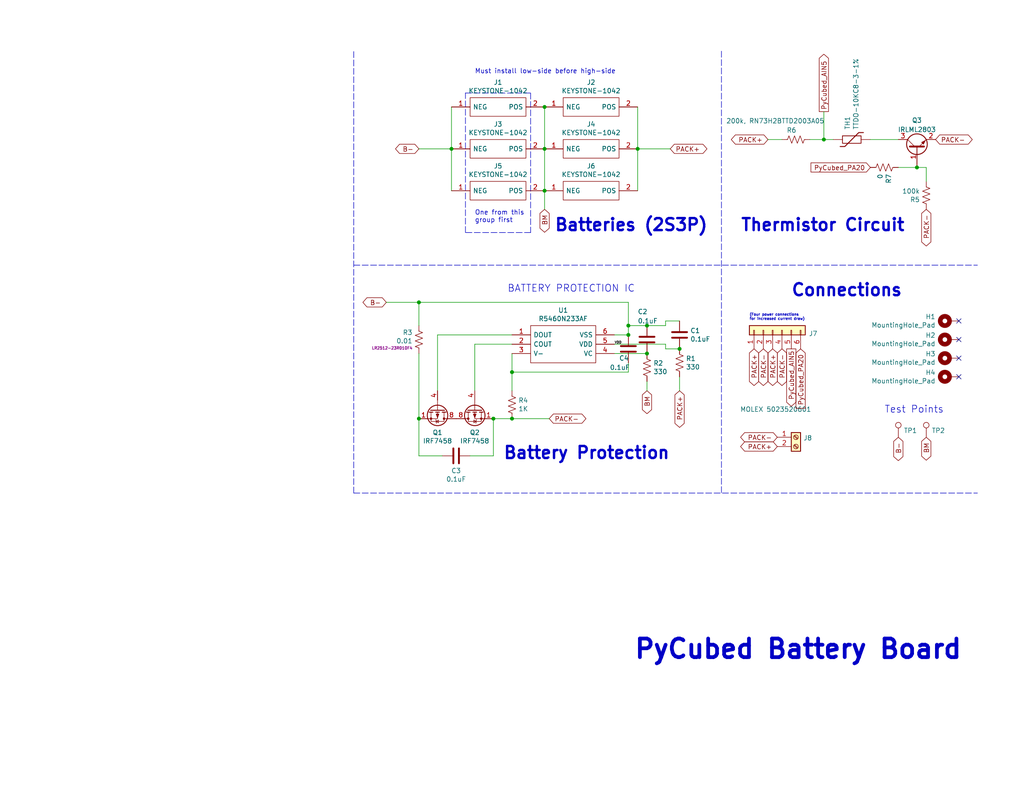
<source format=kicad_sch>
(kicad_sch (version 20211123) (generator eeschema)
  (paper "USLetter")
  (title_block (title "PyCubed Battery Board") (date "2022-04-10") (rev "Ver. 1.C.2") (company "SSI") (comment 1 "Original design by Max Holliday, slight adaptations by Grant Regen"))
  (lib_symbols
    (symbol "Connector:Screw_Terminal_01x02" (pin_names (offset 1.016) hide)
      (property "Reference" "J" (at 0 2.54 0))
      (property "Value" "Screw_Terminal_01x02" (at 0 -5.08 0))
      (symbol "Screw_Terminal_01x02_1_1"
        (rectangle (start -1.27 1.27) (end 1.27 -3.81) (stroke (width 0.254)) (fill (type background)))
        (circle (center 0 -2.54) (radius 0.635) (stroke (width 0.1524)))
        (polyline (pts (xy -0.5334 -2.2098) (xy 0.3302 -3.048)) (stroke (width 0.1524)))
        (polyline (pts (xy -0.5334 0.3302) (xy 0.3302 -0.508)) (stroke (width 0.1524)))
        (polyline (pts (xy -0.3556 -2.032) (xy 0.508 -2.8702)) (stroke (width 0.1524)))
        (polyline (pts (xy -0.3556 0.508) (xy 0.508 -0.3302)) (stroke (width 0.1524)))
        (circle (center 0 0) (radius 0.635) (stroke (width 0.1524)))
        (pin passive line (at -5.08 0 0) (length 3.81) (name "Pin_1") (number "1"))
        (pin passive line (at -5.08 -2.54 0) (length 3.81) (name "Pin_2") (number "2"))
      )
    )
    (symbol "Connector:TestPoint" (pin_numbers hide) (pin_names (offset 0.762) hide)
      (property "Reference" "TP" (at 0 6.858 0))
      (property "Value" "TestPoint" (at 0 5.08 0))
      (symbol "TestPoint_0_1"
        (circle (center 0 3.302) (radius 0.762))
      )
      (symbol "TestPoint_1_1"
        (pin passive line (at 0 0 90) (length 2.54) (name "1") (number "1"))
      )
    )
    (symbol "Connector_Generic:Conn_01x06" (pin_names (offset 1.016) hide)
      (property "Reference" "J" (at 0 7.62 0))
      (property "Value" "Conn_01x06" (at 0 -10.16 0))
      (symbol "Conn_01x06_1_1"
        (rectangle (start -1.27 -7.493) (end 0 -7.747) (stroke (width 0.1524)))
        (rectangle (start -1.27 -4.953) (end 0 -5.207) (stroke (width 0.1524)))
        (rectangle (start -1.27 -2.413) (end 0 -2.667) (stroke (width 0.1524)))
        (rectangle (start -1.27 0.127) (end 0 -0.127) (stroke (width 0.1524)))
        (rectangle (start -1.27 2.667) (end 0 2.413) (stroke (width 0.1524)))
        (rectangle (start -1.27 5.207) (end 0 4.953) (stroke (width 0.1524)))
        (rectangle (start -1.27 6.35) (end 1.27 -8.89) (stroke (width 0.254)) (fill (type background)))
        (pin passive line (at -5.08 5.08 0) (length 3.81) (name "Pin_1") (number "1"))
        (pin passive line (at -5.08 2.54 0) (length 3.81) (name "Pin_2") (number "2"))
        (pin passive line (at -5.08 0 0) (length 3.81) (name "Pin_3") (number "3"))
        (pin passive line (at -5.08 -2.54 0) (length 3.81) (name "Pin_4") (number "4"))
        (pin passive line (at -5.08 -5.08 0) (length 3.81) (name "Pin_5") (number "5"))
        (pin passive line (at -5.08 -7.62 0) (length 3.81) (name "Pin_6") (number "6"))
      )
    )
    (symbol "Device:C" (pin_numbers hide) (pin_names (offset 0.254))
      (property "Reference" "C" (at 0.635 2.54 0))
      (property "Value" "C" (at 0.635 -2.54 0))
      (symbol "C_0_1"
        (polyline (pts (xy -2.032 -0.762) (xy 2.032 -0.762)) (stroke (width 0.508)))
        (polyline (pts (xy -2.032 0.762) (xy 2.032 0.762)) (stroke (width 0.508)))
      )
      (symbol "C_1_1"
        (pin passive line (at 0 3.81 270) (length 2.794) (name "~") (number "1"))
        (pin passive line (at 0 -3.81 90) (length 2.794) (name "~") (number "2"))
      )
    )
    (symbol "Device:R_US" (pin_numbers hide) (pin_names (offset 0))
      (property "Reference" "R" (at 2.54 0 90))
      (property "Value" "R_US" (at -2.54 0 90))
      (symbol "R_US_0_1"
        (polyline (pts (xy 0 -2.286) (xy 0 -2.54)))
        (polyline (pts (xy 0 2.286) (xy 0 2.54)))
        (polyline (pts (xy 0 -0.762) (xy 1.016 -1.143) (xy 0 -1.524) (xy -1.016 -1.905) (xy 0 -2.286)))
        (polyline (pts (xy 0 0.762) (xy 1.016 0.381) (xy 0 0) (xy -1.016 -0.381) (xy 0 -0.762)))
        (polyline (pts (xy 0 2.286) (xy 1.016 1.905) (xy 0 1.524) (xy -1.016 1.143) (xy 0 0.762)))
      )
      (symbol "R_US_1_1"
        (pin passive line (at 0 3.81 270) (length 1.27) (name "~") (number "1"))
        (pin passive line (at 0 -3.81 90) (length 1.27) (name "~") (number "2"))
      )
    )
    (symbol "Device:Thermistor" (pin_numbers hide) (pin_names (offset 0))
      (property "Reference" "TH" (at 2.54 1.27 90))
      (property "Value" "Thermistor" (at -2.54 0 90))
      (symbol "Thermistor_0_1"
        (rectangle (start -1.016 2.54) (end 1.016 -2.54) (stroke (width 0.2032)))
        (polyline (pts (xy -1.905 3.175) (xy -1.905 1.905) (xy 1.905 -1.905) (xy 1.905 -3.175) (xy 1.905 -3.175)) (stroke (width 0.254)))
      )
      (symbol "Thermistor_1_1"
        (pin passive line (at 0 5.08 270) (length 2.54) (name "~") (number "1"))
        (pin passive line (at 0 -5.08 90) (length 2.54) (name "~") (number "2"))
      )
    )
    (symbol "Mechanical:MountingHole_Pad" (pin_numbers hide) (pin_names (offset 1.016) hide)
      (property "Reference" "H" (at 0 6.35 0))
      (property "Value" "MountingHole_Pad" (at 0 4.445 0))
      (symbol "MountingHole_Pad_0_1"
        (circle (center 0 1.27) (radius 1.27) (stroke (width 1.27)))
      )
      (symbol "MountingHole_Pad_1_1"
        (pin input line (at 0 -2.54 90) (length 2.54) (name "1") (number "1"))
      )
    )
    (symbol "Transistor_BJT:MMBT5551L" (pin_names (offset 0) hide)
      (property "Reference" "Q" (at 5.08 1.905 0))
      (property "Value" "MMBT5551L" (at 5.08 0 0))
      (symbol "MMBT5551L_0_1"
        (polyline (pts (xy 0.635 0.635) (xy 2.54 2.54)))
        (polyline (pts (xy 0.635 -0.635) (xy 2.54 -2.54) (xy 2.54 -2.54)))
        (polyline (pts (xy 0.635 1.905) (xy 0.635 -1.905) (xy 0.635 -1.905)) (stroke (width 0.508)))
        (polyline (pts (xy 1.27 -1.778) (xy 1.778 -1.27) (xy 2.286 -2.286) (xy 1.27 -1.778) (xy 1.27 -1.778)) (fill (type outline)))
        (circle (center 1.27 0) (radius 2.8194) (stroke (width 0.254)))
      )
      (symbol "MMBT5551L_1_1"
        (pin input line (at -5.08 0 0) (length 5.715) (name "B") (number "1"))
        (pin passive line (at 2.54 -5.08 90) (length 2.54) (name "E") (number "2"))
        (pin passive line (at 2.54 5.08 270) (length 2.54) (name "C") (number "3"))
      )
    )
    (symbol "Transistor_FET:IRF7404" (pin_names hide)
      (property "Reference" "Q" (at 5.08 1.905 0))
      (property "Value" "IRF7404" (at 5.08 0 0))
      (symbol "IRF7404_0_1"
        (polyline (pts (xy 0.254 0) (xy -2.54 0)))
        (polyline (pts (xy 0.254 1.905) (xy 0.254 -1.905)) (stroke (width 0.254)))
        (polyline (pts (xy 0.762 -1.27) (xy 0.762 -2.286)) (stroke (width 0.254)))
        (polyline (pts (xy 0.762 0.508) (xy 0.762 -0.508)) (stroke (width 0.254)))
        (polyline (pts (xy 0.762 2.286) (xy 0.762 1.27)) (stroke (width 0.254)))
        (polyline (pts (xy 2.54 2.54) (xy 2.54 1.778)))
        (polyline (pts (xy 2.54 -2.54) (xy 2.54 0) (xy 0.762 0)))
        (polyline (pts (xy 0.762 1.778) (xy 3.302 1.778) (xy 3.302 -1.778) (xy 0.762 -1.778)))
        (polyline (pts (xy 2.286 0) (xy 1.27 0.381) (xy 1.27 -0.381) (xy 2.286 0)) (fill (type outline)))
        (polyline (pts (xy 2.794 -0.508) (xy 2.921 -0.381) (xy 3.683 -0.381) (xy 3.81 -0.254)))
        (polyline (pts (xy 3.302 -0.381) (xy 2.921 0.254) (xy 3.683 0.254) (xy 3.302 -0.381)))
        (circle (center 1.651 0) (radius 2.794) (stroke (width 0.254)))
        (circle (center 2.54 -1.778) (radius 0.254) (fill (type outline)))
        (circle (center 2.54 1.778) (radius 0.254) (fill (type outline)))
      )
      (symbol "IRF7404_1_1"
        (pin passive line (at 2.54 -5.08 90) (length 2.54) (name "S") (number "1"))
        (pin passive line (at 2.54 -5.08 90) (length 2.54) hide (name "S") (number "2"))
        (pin passive line (at 2.54 -5.08 90) (length 2.54) hide (name "S") (number "3"))
        (pin passive line (at -5.08 0 0) (length 2.54) (name "G") (number "4"))
        (pin passive line (at 2.54 5.08 270) (length 2.54) hide (name "D") (number "5"))
        (pin passive line (at 2.54 5.08 270) (length 2.54) hide (name "D") (number "6"))
        (pin passive line (at 2.54 5.08 270) (length 2.54) hide (name "D") (number "7"))
        (pin passive line (at 2.54 5.08 270) (length 2.54) (name "D") (number "8"))
      )
    )
    (symbol "batteryboard-rescue:1042-symbols-batteryboard-rescue" (pin_names (offset 0.762))
      (property "Reference" "J" (at 11.43 6.35 0))
      (property "Value" "1042-symbols-batteryboard-rescue" (at 10.16 3.81 0))
      (symbol "1042-symbols-batteryboard-rescue_0_0"
        (pin unspecified line (at 0 0 0) (length 5.08) (name "NEG") (number "1"))
        (pin unspecified line (at 25.4 0 180) (length 5.08) (name "POS") (number "2"))
      )
      (symbol "1042-symbols-batteryboard-rescue_0_1"
        (polyline (pts (xy 5.08 2.54) (xy 20.32 2.54) (xy 20.32 -2.54) (xy 5.08 -2.54) (xy 5.08 2.54)) (stroke (width 0.1524)))
      )
    )
    (symbol "batteryboard-rescue:R5460N233AF-symbols-batteryboard-rescue" (pin_names (offset 0.762))
      (property "Reference" "U" (at 12.7 3.81 0))
      (property "Value" "R5460N233AF-symbols-batteryboard-rescue" (at 7.62 -8.89 0))
      (symbol "R5460N233AF-symbols-batteryboard-rescue_0_0"
        (pin unspecified line (at 0 0 0) (length 5.08) (name "DOUT") (number "1"))
        (pin unspecified line (at 0 -2.54 0) (length 5.08) (name "COUT") (number "2"))
        (pin unspecified line (at 0 -5.08 0) (length 5.08) (name "V-") (number "3"))
        (pin unspecified line (at 27.94 -5.08 180) (length 5.08) (name "VC") (number "4"))
        (pin unspecified line (at 27.94 -2.54 180) (length 5.08) (name "VDD") (number "5"))
        (pin unspecified line (at 27.94 0 180) (length 5.08) (name "VSS") (number "6"))
      )
      (symbol "R5460N233AF-symbols-batteryboard-rescue_0_1"
        (polyline (pts (xy 5.08 2.54) (xy 22.86 2.54) (xy 22.86 -7.62) (xy 5.08 -7.62) (xy 5.08 2.54)) (stroke (width 0.1524)))
      )
    )
  )
  (junction (at 185.42 95.25))
  (junction (at 139.7 114.3))
  (junction (at 224.79 38.1))
  (junction (at 139.7 101.6))
  (junction (at 171.45 88.9))
  (junction (at 171.45 91.44))
  (junction (at 148.59 52.07))
  (junction (at 114.3 82.55))
  (junction (at 148.59 29.21))
  (junction (at 173.99 40.64))
  (junction (at 123.19 40.64))
  (junction (at 250.19 45.72))
  (junction (at 176.53 96.52))
  (junction (at 176.53 88.9))
  (junction (at 148.59 40.64))
  (junction (at 114.3 114.3))
  (junction (at 134.62 114.3))
  (no_connect (at 261.62 102.87))
  (no_connect (at 261.62 92.71))
  (no_connect (at 261.62 97.79))
  (no_connect (at 261.62 87.63))
  (wire (pts (xy 171.45 82.55) (xy 114.3 82.55)))
  (wire (pts (xy 171.45 99.06) (xy 171.45 101.6)))
  (wire (pts (xy 114.3 124.46) (xy 114.3 114.3)))
  (wire (pts (xy 148.59 52.07) (xy 148.59 57.15)))
  (wire (pts (xy 139.7 106.68) (xy 139.7 101.6)))
  (wire (pts (xy 245.11 45.72) (xy 250.19 45.72)))
  (wire (pts (xy 176.53 88.9) (xy 181.61 88.9)))
  (polyline (pts (xy 127 25.4) (xy 144.78 25.4)))
  (wire (pts (xy 119.38 91.44) (xy 139.7 91.44)))
  (wire (pts (xy 123.19 52.07) (xy 123.19 40.64)))
  (wire (pts (xy 250.19 45.72) (xy 252.73 45.72)))
  (wire (pts (xy 176.53 106.68) (xy 176.53 104.14)))
  (wire (pts (xy 114.3 114.3) (xy 114.3 96.52)))
  (wire (pts (xy 123.19 40.64) (xy 123.19 29.21)))
  (wire (pts (xy 119.38 106.68) (xy 119.38 91.44)))
  (wire (pts (xy 123.19 40.64) (xy 114.3 40.64)))
  (wire (pts (xy 128.27 124.46) (xy 134.62 124.46)))
  (wire (pts (xy 237.49 38.1) (xy 245.11 38.1)))
  (wire (pts (xy 224.79 38.1) (xy 220.98 38.1)))
  (wire (pts (xy 252.73 45.72) (xy 252.73 49.53)))
  (wire (pts (xy 173.99 40.64) (xy 182.88 40.64)))
  (wire (pts (xy 167.64 91.44) (xy 171.45 91.44)))
  (wire (pts (xy 185.42 106.68) (xy 185.42 102.87)))
  (wire (pts (xy 171.45 88.9) (xy 176.53 88.9)))
  (wire (pts (xy 171.45 88.9) (xy 171.45 91.44)))
  (wire (pts (xy 148.59 40.64) (xy 148.59 52.07)))
  (wire (pts (xy 181.61 88.9) (xy 181.61 87.63)))
  (wire (pts (xy 134.62 114.3) (xy 139.7 114.3)))
  (wire (pts (xy 181.61 87.63) (xy 185.42 87.63)))
  (wire (pts (xy 171.45 101.6) (xy 139.7 101.6)))
  (wire (pts (xy 171.45 88.9) (xy 171.45 82.55)))
  (wire (pts (xy 114.3 82.55) (xy 105.41 82.55)))
  (polyline (pts (xy 96.52 134.62) (xy 96.52 13.97)))
  (wire (pts (xy 129.54 93.98) (xy 129.54 106.68)))
  (wire (pts (xy 134.62 124.46) (xy 134.62 114.3)))
  (wire (pts (xy 120.65 124.46) (xy 114.3 124.46)))
  (wire (pts (xy 149.86 114.3) (xy 139.7 114.3)))
  (wire (pts (xy 139.7 101.6) (xy 139.7 96.52)))
  (wire (pts (xy 227.33 38.1) (xy 224.79 38.1)))
  (wire (pts (xy 181.61 93.98) (xy 181.61 95.25)))
  (polyline (pts (xy 144.78 25.4) (xy 144.78 63.5)))
  (wire (pts (xy 148.59 29.21) (xy 148.59 40.64)))
  (polyline (pts (xy 144.78 63.5) (xy 127 63.5)))
  (polyline (pts (xy 196.85 13.97) (xy 196.85 134.62)))
  (polyline (pts (xy 96.52 72.39) (xy 266.7 72.39)))
  (wire (pts (xy 173.99 52.07) (xy 173.99 40.64)))
  (wire (pts (xy 224.79 38.1) (xy 224.79 30.48)))
  (polyline (pts (xy 96.52 134.62) (xy 266.7 134.62)))
  (wire (pts (xy 114.3 82.55) (xy 114.3 88.9)))
  (polyline (pts (xy 127 63.5) (xy 127 25.4)))
  (wire (pts (xy 167.64 93.98) (xy 181.61 93.98)))
  (wire (pts (xy 173.99 40.64) (xy 173.99 29.21)))
  (wire (pts (xy 181.61 95.25) (xy 185.42 95.25)))
  (wire (pts (xy 167.64 96.52) (xy 176.53 96.52)))
  (wire (pts (xy 129.54 93.98) (xy 139.7 93.98)))
  (wire (pts (xy 209.55 38.1) (xy 213.36 38.1)))
  (text "Connections" (at 246.38 81.28 180) (effects (font (size 3.2766 3.2766) (thickness 0.6553) bold) (justify right bottom)))
  (text "(Four power connections \nfor increased current draw)" (at 204.47 87.63 0) (effects (font (size 0.7112 0.7112)) (justify left bottom)))
  (text "One from this \ngroup first" (at 129.54 60.96 0) (effects (font (size 1.27 1.27)) (justify left bottom)))
  (text "PyCubed Battery Board" (at 172.72 180.34 0) (effects (font (size 5.08 5.08) (thickness 1.016) bold) (justify left bottom)))
  (text "Batteries (2S3P)" (at 151.13 63.5 0) (effects (font (size 3.2766 3.2766) (thickness 0.6553) bold) (justify left bottom)))
  (text "Test Points" (at 241.3 113.03 0) (effects (font (size 1.905 1.905)) (justify left bottom)))
  (text "Battery Protection" (at 137.16 125.73 0) (effects (font (size 3.2766 3.2766) (thickness 0.6553) bold) (justify left bottom)))
  (text "Must install low-side before high-side" (at 129.54 20.32 0) (effects (font (size 1.27 1.27)) (justify left bottom)))
  (text "Thermistor Circuit" (at 201.93 63.5 0) (effects (font (size 3.2766 3.2766) (thickness 0.6553) bold) (justify left bottom)))
  (text "BATTERY PROTECTION IC" (at 138.43 80.01 0) (effects (font (size 1.905 1.905)) (justify left bottom)))
  (label "VDD" (at 167.64 93.98 0) (effects (font (size 0.635 0.635))))
  (global_label "PACK+" (shape bidirectional) (at 210.82 95.25 270) (property "Intersheet References" "${INTERSHEET_REFS}" (effects hide)))
  (global_label "PyCubed_PA20" (shape input) (at 218.44 95.25 270) (property "Intersheet References" "${INTERSHEET_REFS}" (effects hide)))
  (global_label "PyCubed_AIN5" (shape output) (at 215.9 95.25 270) (property "Intersheet References" "${INTERSHEET_REFS}" (effects hide)))
  (global_label "PyCubed_PA20" (shape input) (at 237.49 45.72 180) (property "Intersheet References" "${INTERSHEET_REFS}" (effects hide)))
  (global_label "PACK+" (shape bidirectional) (at 212.09 121.92 180) (property "Intersheet References" "${INTERSHEET_REFS}" (effects hide)))
  (global_label "PACK-" (shape bidirectional) (at 255.27 38.1 0) (property "Intersheet References" "${INTERSHEET_REFS}" (effects hide)))
  (global_label "PACK-" (shape bidirectional) (at 149.86 114.3 0) (property "Intersheet References" "${INTERSHEET_REFS}" (effects hide)))
  (global_label "PACK+" (shape bidirectional) (at 209.55 38.1 180) (property "Intersheet References" "${INTERSHEET_REFS}" (effects hide)))
  (global_label "PACK+" (shape bidirectional) (at 185.42 106.68 270) (property "Intersheet References" "${INTERSHEET_REFS}" (effects hide)))
  (global_label "PACK-" (shape bidirectional) (at 212.09 119.38 180) (property "Intersheet References" "${INTERSHEET_REFS}" (effects hide)))
  (global_label "B-" (shape bidirectional) (at 114.3 40.64 180) (property "Intersheet References" "${INTERSHEET_REFS}" (effects hide)))
  (global_label "B-" (shape bidirectional) (at 245.11 119.38 270) (property "Intersheet References" "${INTERSHEET_REFS}" (effects hide)))
  (global_label "B-" (shape bidirectional) (at 105.41 82.55 180) (property "Intersheet References" "${INTERSHEET_REFS}" (effects hide)))
  (global_label "BM" (shape bidirectional) (at 176.53 106.68 270) (property "Intersheet References" "${INTERSHEET_REFS}" (effects hide)))
  (global_label "BM" (shape bidirectional) (at 148.59 57.15 270) (property "Intersheet References" "${INTERSHEET_REFS}" (effects hide)))
  (global_label "PACK-" (shape bidirectional) (at 208.28 95.25 270) (property "Intersheet References" "${INTERSHEET_REFS}" (effects hide)))
  (global_label "PACK+" (shape bidirectional) (at 205.74 95.25 270) (property "Intersheet References" "${INTERSHEET_REFS}" (effects hide)))
  (global_label "PACK-" (shape bidirectional) (at 213.36 95.25 270) (property "Intersheet References" "${INTERSHEET_REFS}" (effects hide)))
  (global_label "PACK-" (shape bidirectional) (at 252.73 57.15 270) (property "Intersheet References" "${INTERSHEET_REFS}" (effects hide)))
  (global_label "BM" (shape bidirectional) (at 252.73 119.38 270) (property "Intersheet References" "${INTERSHEET_REFS}" (effects hide)))
  (global_label "PACK+" (shape bidirectional) (at 182.88 40.64 0) (property "Intersheet References" "${INTERSHEET_REFS}" (effects hide)))
  (global_label "PyCubed_AIN5" (shape output) (at 224.79 30.48 90) (property "Intersheet References" "${INTERSHEET_REFS}" (effects hide)))
  (symbol (lib_id "batteryboard-rescue:1042-symbols-batteryboard-rescue") (at 148.59 29.21 0) (unit 1)
    (property "Reference" "J2" (at 161.29 22.479 0))
    (property "Value" "KEYSTONE-1042" (at 161.29 24.7904 0))
    (property "Footprint" "batteryboard:Keystone_1042" (effects hide))
    (property "Datasheet" "http://www.mouser.com/ds/2/215/042-744829.pdf" (effects hide))
    (property "Description" "Cylindrical Battery Contacts, Clips, Holders & Springs 18650 S/M PC BATTERY HOLDER" (effects hide))
    (property "Manufacturer_Name" "Keystone Electronics" (effects hide))
    (property "Manufacturer_Part_Number" "1042" (effects hide))
    (property "Mouser Part Number" "534-1042" (effects hide))
    (property "Mouser Price/Stock" "https://www.mouser.com/Search/Refine.aspx?Keyword=534-1042" (effects hide))
  )
  (symbol (lib_id "batteryboard-rescue:1042-symbols-batteryboard-rescue") (at 123.19 29.21 0) (unit 1)
    (property "Reference" "J1" (at 135.89 22.479 0))
    (property "Value" "KEYSTONE-1042" (at 135.89 24.7904 0))
    (property "Footprint" "batteryboard:Keystone_1042" (effects hide))
    (property "Datasheet" "http://www.mouser.com/ds/2/215/042-744829.pdf" (effects hide))
    (property "Description" "Cylindrical Battery Contacts, Clips, Holders & Springs 18650 S/M PC BATTERY HOLDER" (effects hide))
    (property "Manufacturer_Name" "Keystone Electronics" (effects hide))
    (property "Manufacturer_Part_Number" "1042" (effects hide))
    (property "Mouser Part Number" "534-1042" (effects hide))
    (property "Mouser Price/Stock" "https://www.mouser.com/Search/Refine.aspx?Keyword=534-1042" (effects hide))
  )
  (symbol (lib_id "batteryboard-rescue:1042-symbols-batteryboard-rescue") (at 123.19 40.64 0) (unit 1)
    (property "Reference" "J3" (at 135.89 33.909 0))
    (property "Value" "KEYSTONE-1042" (at 135.89 36.2204 0))
    (property "Footprint" "batteryboard:Keystone_1042" (effects hide))
    (property "Datasheet" "http://www.mouser.com/ds/2/215/042-744829.pdf" (effects hide))
    (property "Description" "Cylindrical Battery Contacts, Clips, Holders & Springs 18650 S/M PC BATTERY HOLDER" (effects hide))
    (property "Manufacturer_Name" "Keystone Electronics" (effects hide))
    (property "Manufacturer_Part_Number" "1042" (effects hide))
    (property "Mouser Part Number" "534-1042" (effects hide))
    (property "Mouser Price/Stock" "https://www.mouser.com/Search/Refine.aspx?Keyword=534-1042" (effects hide))
  )
  (symbol (lib_id "batteryboard-rescue:1042-symbols-batteryboard-rescue") (at 148.59 40.64 0) (unit 1)
    (property "Reference" "J4" (at 161.29 33.909 0))
    (property "Value" "KEYSTONE-1042" (at 161.29 36.2204 0))
    (property "Footprint" "batteryboard:Keystone_1042" (effects hide))
    (property "Datasheet" "http://www.mouser.com/ds/2/215/042-744829.pdf" (effects hide))
    (property "Description" "Cylindrical Battery Contacts, Clips, Holders & Springs 18650 S/M PC BATTERY HOLDER" (effects hide))
    (property "Manufacturer_Name" "Keystone Electronics" (effects hide))
    (property "Manufacturer_Part_Number" "1042" (effects hide))
    (property "Mouser Part Number" "534-1042" (effects hide))
    (property "Mouser Price/Stock" "https://www.mouser.com/Search/Refine.aspx?Keyword=534-1042" (effects hide))
  )
  (symbol (lib_id "batteryboard-rescue:1042-symbols-batteryboard-rescue") (at 123.19 52.07 0) (unit 1)
    (property "Reference" "J5" (at 135.89 45.339 0))
    (property "Value" "KEYSTONE-1042" (at 135.89 47.6504 0))
    (property "Footprint" "batteryboard:Keystone_1042" (effects hide))
    (property "Datasheet" "http://www.mouser.com/ds/2/215/042-744829.pdf" (effects hide))
    (property "Description" "Cylindrical Battery Contacts, Clips, Holders & Springs 18650 S/M PC BATTERY HOLDER" (effects hide))
    (property "Manufacturer_Name" "Keystone Electronics" (effects hide))
    (property "Manufacturer_Part_Number" "1042" (effects hide))
    (property "Mouser Part Number" "534-1042" (effects hide))
    (property "Mouser Price/Stock" "https://www.mouser.com/Search/Refine.aspx?Keyword=534-1042" (effects hide))
  )
  (symbol (lib_id "batteryboard-rescue:1042-symbols-batteryboard-rescue") (at 148.59 52.07 0) (unit 1)
    (property "Reference" "J6" (at 161.29 45.339 0))
    (property "Value" "KEYSTONE-1042" (at 161.29 47.6504 0))
    (property "Footprint" "batteryboard:Keystone_1042" (effects hide))
    (property "Datasheet" "http://www.mouser.com/ds/2/215/042-744829.pdf" (effects hide))
    (property "Description" "Cylindrical Battery Contacts, Clips, Holders & Springs 18650 S/M PC BATTERY HOLDER" (effects hide))
    (property "Manufacturer_Name" "Keystone Electronics" (effects hide))
    (property "Manufacturer_Part_Number" "1042" (effects hide))
    (property "Mouser Part Number" "534-1042" (effects hide))
    (property "Mouser Price/Stock" "https://www.mouser.com/Search/Refine.aspx?Keyword=534-1042" (effects hide))
  )
  (symbol (lib_id "batteryboard-rescue:R5460N233AF-symbols-batteryboard-rescue") (at 139.7 91.44 0) (unit 1)
    (property "Reference" "U1" (at 153.67 84.709 0))
    (property "Value" "R5460N233AF" (at 153.67 87.0204 0))
    (property "Footprint" "custom-footprints:SOT95P280X130-6N" (effects hide))
    (property "Datasheet" "http://www.mouser.com/datasheet/2/792/r5460-e-1085730.pdf" (effects hide))
    (property "Description" "Battery Management 2-Cell Li-ion Protection IC" (effects hide))
    (property "Height" "1.3" (effects hide))
    (property "Manufacturer_Name" "Ricoh Electronic Devices Company" (effects hide))
    (property "Manufacturer_Part_Number" "R5460N233AF-TR-FE" (effects hide))
    (property "Mouser Part Number" "848-R5460N233AFTRFE" (effects hide))
    (property "Mouser Price/Stock" "https://www.mouser.com/Search/Refine.aspx?Keyword=848-R5460N233AFTRFE" (effects hide))
  )
  (symbol (lib_id "Connector:TestPoint") (at 245.11 119.38 0) (unit 1)
    (property "Reference" "TP1" (at 246.5832 117.5512 0) (effects (justify left)))
    (property "Value" "TestPoint" (effects hide))
    (property "Footprint" "TestPoint:TestPoint_Loop_D1.80mm_Drill1.0mm_Beaded" (effects hide))
    (property "DNP" "DNP" (effects hide))
  )
  (symbol (lib_id "Connector:TestPoint") (at 252.73 119.38 0) (unit 1)
    (property "Reference" "TP2" (at 254.2032 117.5512 0) (effects (justify left)))
    (property "Value" "TestPoint" (effects hide))
    (property "Footprint" "TestPoint:TestPoint_Loop_D1.80mm_Drill1.0mm_Beaded" (effects hide))
    (property "DNP" "DNP" (effects hide))
  )
  (symbol (lib_id "Transistor_FET:IRF7404") (at 129.54 111.76 90) (mirror x) (unit 1)
    (property "Reference" "Q2" (at 129.54 118.0846 90))
    (property "Value" "IRF7458" (at 129.54 120.396 90))
    (property "Footprint" "Package_SO:SOIC-8_3.9x4.9mm_P1.27mm" (effects hide))
    (property "Datasheet" "http://www.infineon.com/dgdl/irf7404.pdf?fileId=5546d462533600a4015355fa2b5b1b9e" (effects hide))
  )
  (symbol (lib_id "Transistor_FET:IRF7404") (at 119.38 111.76 270) (unit 1)
    (property "Reference" "Q1" (at 119.38 118.0846 90))
    (property "Value" "IRF7458" (at 119.38 120.396 90))
    (property "Footprint" "Package_SO:SOIC-8_3.9x4.9mm_P1.27mm" (effects hide))
    (property "Datasheet" "http://www.infineon.com/dgdl/irf7404.pdf?fileId=5546d462533600a4015355fa2b5b1b9e" (effects hide))
  )
  (symbol (lib_id "Device:R_US") (at 176.53 100.33 180) (unit 1)
    (property "Reference" "R2" (at 178.2572 99.1616 0) (effects (justify right)))
    (property "Value" "330" (at 178.2572 101.473 0) (effects (justify right)))
    (property "Footprint" "Resistor_SMD:R_0603_1608Metric" (effects hide))
  )
  (symbol (lib_id "Device:C") (at 176.53 92.71 0) (unit 1)
    (property "Reference" "C2" (at 173.99 85.09 0) (effects (justify left)))
    (property "Value" "0.1uF" (at 173.99 87.63 0) (effects (justify left)))
    (property "Footprint" "Capacitor_SMD:C_0603_1608Metric" (effects hide))
  )
  (symbol (lib_id "Device:C") (at 185.42 91.44 0) (unit 1)
    (property "Reference" "C1" (at 188.341 90.2716 0) (effects (justify left)))
    (property "Value" "0.1uF" (at 188.341 92.583 0) (effects (justify left)))
    (property "Footprint" "Capacitor_SMD:C_0603_1608Metric" (effects hide))
  )
  (symbol (lib_id "Device:R_US") (at 185.42 99.06 180) (unit 1)
    (property "Reference" "R1" (at 187.1472 97.8916 0) (effects (justify right)))
    (property "Value" "330" (at 187.1472 100.203 0) (effects (justify right)))
    (property "Footprint" "Resistor_SMD:R_0603_1608Metric" (effects hide))
  )
  (symbol (lib_id "Device:R_US") (at 139.7 110.49 0) (unit 1)
    (property "Reference" "R4" (at 141.4272 109.3216 0) (effects (justify left)))
    (property "Value" "1K" (at 141.4272 111.633 0) (effects (justify left)))
    (property "Footprint" "Resistor_SMD:R_0603_1608Metric" (effects hide))
    (property "Manufacturer_Part_Number" "LR2512-23R010F4" (effects hide))
  )
  (symbol (lib_id "Device:C") (at 171.45 95.25 0) (unit 1)
    (property "Reference" "C4" (at 168.91 97.79 0) (effects (justify left)))
    (property "Value" "0.1uF" (at 166.37 100.33 0) (effects (justify left)))
    (property "Footprint" "Capacitor_SMD:C_0603_1608Metric" (effects hide))
  )
  (symbol (lib_id "Device:R_US") (at 114.3 92.71 0) (unit 1)
    (property "Reference" "R3" (at 112.5728 90.7796 0) (effects (justify right)))
    (property "Value" "0.01" (at 112.5728 93.091 0) (effects (justify right)))
    (property "Footprint" "Resistor_SMD:R_2512_6332Metric" (effects hide))
    (property "PN" "LR2512-23R010F4" (at 112.5728 95.0214 0) (effects (font (size 0.762 0.762)) (justify right)))
  )
  (symbol (lib_id "Device:C") (at 124.46 124.46 90) (unit 1)
    (property "Reference" "C3" (at 124.46 128.524 90))
    (property "Value" "0.1uF" (at 124.46 130.8354 90))
    (property "Footprint" "Capacitor_SMD:C_0603_1608Metric" (effects hide))
  )
  (symbol (lib_id "Mechanical:MountingHole_Pad") (at 259.08 87.63 90) (mirror x) (unit 1)
    (property "Reference" "H1" (at 255.27 86.4616 90) (effects (justify left)))
    (property "Value" "MountingHole_Pad" (at 255.27 88.773 90) (effects (justify left)))
    (property "Footprint" "custom-footprints:MountingHole_3.2mm_M3_DIN965_PadMOD" (effects hide))
    (property "DNP" "DNP" (effects hide))
  )
  (symbol (lib_id "Mechanical:MountingHole_Pad") (at 259.08 92.71 90) (mirror x) (unit 1)
    (property "Reference" "H2" (at 255.27 91.5416 90) (effects (justify left)))
    (property "Value" "MountingHole_Pad" (at 255.27 93.853 90) (effects (justify left)))
    (property "Footprint" "custom-footprints:MountingHole_3.2mm_M3_DIN965_PadMOD" (effects hide))
    (property "DNP" "DNP" (effects hide))
  )
  (symbol (lib_id "Mechanical:MountingHole_Pad") (at 259.08 97.79 90) (mirror x) (unit 1)
    (property "Reference" "H3" (at 255.27 96.6216 90) (effects (justify left)))
    (property "Value" "MountingHole_Pad" (at 255.27 98.933 90) (effects (justify left)))
    (property "Footprint" "custom-footprints:MountingHole_3.2mm_M3_DIN965_PadMOD" (effects hide))
    (property "DNP" "DNP" (effects hide))
  )
  (symbol (lib_id "Mechanical:MountingHole_Pad") (at 259.08 102.87 90) (mirror x) (unit 1)
    (property "Reference" "H4" (at 255.27 101.7016 90) (effects (justify left)))
    (property "Value" "MountingHole_Pad" (at 255.27 104.013 90) (effects (justify left)))
    (property "Footprint" "custom-footprints:MountingHole_3.2mm_M3_DIN965_PadMOD" (effects hide))
    (property "DNP" "DNP" (effects hide))
  )
  (symbol (lib_id "Connector:Screw_Terminal_01x02") (at 217.17 119.38 0) (unit 1)
    (property "Reference" "J8" (at 219.202 119.5832 0) (effects (justify left)))
    (property "Value" "Screw_Terminal_01x02" (effects hide))
    (property "Footprint" "batteryboard:pheonix_2pos_screwterminal" (effects hide))
    (property "DNP" "DNP" (effects hide))
  )
  (symbol (lib_id "Device:R_US") (at 217.17 38.1 90) (unit 1)
    (property "Reference" "R6" (at 214.63 35.56 90) (effects (justify right)))
    (property "Value" "200k, RN73H2BTTD2003A05" (at 198.12 33.02 90) (effects (justify right)))
    (property "Footprint" "Resistor_SMD:R_1206_3216Metric" (effects hide))
  )
  (symbol (lib_id "Device:R_US") (at 252.73 53.34 0) (unit 1)
    (property "Reference" "R5" (at 251.0028 54.5084 0) (effects (justify right)))
    (property "Value" "100k" (at 251.0028 52.197 0) (effects (justify right)))
    (property "Footprint" "Resistor_SMD:R_0603_1608Metric" (effects hide))
  )
  (symbol (lib_id "Device:Thermistor") (at 232.41 38.1 90) (unit 1)
    (property "Reference" "TH1" (at 231.2416 35.433 0) (effects (justify left)))
    (property "Value" "TTDO-10KC8-3-1%" (at 233.553 35.433 0) (effects (justify left)))
    (property "Footprint" "Resistor_THT:R_Axial_DIN0204_L3.6mm_D1.6mm_P5.08mm_Horizontal" (effects hide))
  )
  (symbol (lib_id "Connector_Generic:Conn_01x06") (at 210.82 90.17 90) (unit 1)
    (property "Reference" "J7" (at 220.6752 91.0844 90) (effects (justify right)))
    (property "Value" "MOLEX 5023520601" (at 201.93 111.76 90) (effects (justify right)))
    (property "Footprint" "batteryboard:5023520600" (effects hide))
  )
  (symbol (lib_id "Device:R_US") (at 241.3 45.72 90) (unit 1)
    (property "Reference" "R7" (at 242.4684 47.4472 0) (effects (justify right)))
    (property "Value" "0" (at 240.157 47.4472 0) (effects (justify right)))
    (property "Footprint" "Resistor_SMD:R_0603_1608Metric" (effects hide))
  )
  (symbol (lib_id "Transistor_BJT:MMBT5551L") (at 250.19 40.64 90) (unit 1)
    (property "Reference" "Q3" (at 250.19 32.8508 90))
    (property "Value" "IRLML2803" (at 250.19 35.3877 90))
    (property "Footprint" "Package_TO_SOT_SMD:SOT-23" (effects hide))
    (property "Datasheet" "www.onsemi.com/pub/Collateral/MMBT5550LT1-D.PDF" (effects hide))
  )
)
</source>
